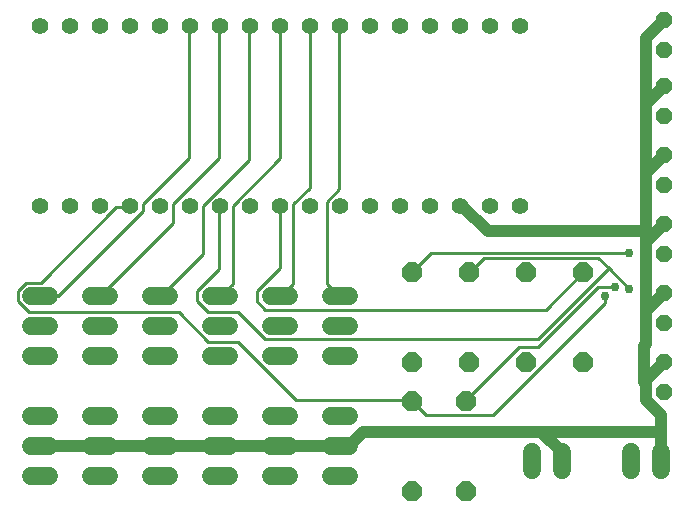
<source format=gbr>
G04 EAGLE Gerber RS-274X export*
G75*
%MOMM*%
%FSLAX34Y34*%
%LPD*%
%INTop Copper*%
%IPPOS*%
%AMOC8*
5,1,8,0,0,1.08239X$1,22.5*%
G01*
%ADD10C,1.408000*%
%ADD11C,1.524000*%
%ADD12P,1.814519X8X292.500000*%
%ADD13P,1.429621X8X112.500000*%
%ADD14C,1.508000*%
%ADD15C,0.254000*%
%ADD16C,1.016000*%
%ADD17C,0.756400*%


D10*
X38100Y685800D03*
X63500Y685800D03*
X88900Y685800D03*
X114300Y685800D03*
X139700Y685800D03*
X165100Y685800D03*
X190500Y685800D03*
X215900Y685800D03*
X241300Y685800D03*
X266700Y685800D03*
X292100Y685800D03*
X317500Y685800D03*
X342900Y685800D03*
X368300Y685800D03*
X393700Y685800D03*
X419100Y685800D03*
X444500Y685800D03*
X38100Y533400D03*
X63500Y533400D03*
X88900Y533400D03*
X114300Y533400D03*
X139700Y533400D03*
X165100Y533400D03*
X190500Y533400D03*
X215900Y533400D03*
X241300Y533400D03*
X266700Y533400D03*
X292100Y533400D03*
X317500Y533400D03*
X342900Y533400D03*
X368300Y533400D03*
X393700Y533400D03*
X419100Y533400D03*
X444500Y533400D03*
D11*
X299720Y457200D02*
X284480Y457200D01*
X284480Y431800D02*
X299720Y431800D01*
X299720Y406400D02*
X284480Y406400D01*
X248920Y457200D02*
X233680Y457200D01*
X233680Y431800D02*
X248920Y431800D01*
X248920Y406400D02*
X233680Y406400D01*
X198120Y457200D02*
X182880Y457200D01*
X182880Y431800D02*
X198120Y431800D01*
X198120Y406400D02*
X182880Y406400D01*
X147320Y457200D02*
X132080Y457200D01*
X132080Y431800D02*
X147320Y431800D01*
X147320Y406400D02*
X132080Y406400D01*
X96520Y457200D02*
X81280Y457200D01*
X81280Y431800D02*
X96520Y431800D01*
X96520Y406400D02*
X81280Y406400D01*
X284480Y355600D02*
X299720Y355600D01*
X299720Y330200D02*
X284480Y330200D01*
X284480Y304800D02*
X299720Y304800D01*
X248920Y355600D02*
X233680Y355600D01*
X233680Y330200D02*
X248920Y330200D01*
X248920Y304800D02*
X233680Y304800D01*
X198120Y355600D02*
X182880Y355600D01*
X182880Y330200D02*
X198120Y330200D01*
X198120Y304800D02*
X182880Y304800D01*
X147320Y355600D02*
X132080Y355600D01*
X132080Y330200D02*
X147320Y330200D01*
X147320Y304800D02*
X132080Y304800D01*
X96520Y355600D02*
X81280Y355600D01*
X81280Y330200D02*
X96520Y330200D01*
X96520Y304800D02*
X81280Y304800D01*
D12*
X353060Y368300D03*
X353060Y292100D03*
X398780Y368300D03*
X398780Y292100D03*
X353060Y477520D03*
X353060Y401320D03*
X401320Y477520D03*
X401320Y401320D03*
X449580Y477520D03*
X449580Y401320D03*
D13*
X566420Y375920D03*
X566420Y401320D03*
X566420Y434340D03*
X566420Y459740D03*
X566420Y492760D03*
X566420Y518160D03*
X566420Y551180D03*
X566420Y576580D03*
X566420Y609600D03*
X566420Y635000D03*
D14*
X563880Y325040D02*
X563880Y309960D01*
X538480Y309960D02*
X538480Y325040D01*
X480060Y325040D02*
X480060Y309960D01*
X454660Y309960D02*
X454660Y325040D01*
D13*
X566420Y665480D03*
X566420Y690880D03*
D12*
X497840Y477520D03*
X497840Y401320D03*
D11*
X45720Y457200D02*
X30480Y457200D01*
X30480Y431800D02*
X45720Y431800D01*
X45720Y406400D02*
X30480Y406400D01*
X30480Y355600D02*
X45720Y355600D01*
X45720Y330200D02*
X30480Y330200D01*
X30480Y304800D02*
X45720Y304800D01*
D15*
X291465Y547497D02*
X291465Y685800D01*
X291465Y547497D02*
X281178Y537210D01*
X281178Y467487D01*
X291465Y457200D01*
X291465Y685800D02*
X292100Y685800D01*
X291465Y457200D02*
X292100Y457200D01*
X266319Y548640D02*
X266319Y685800D01*
X266319Y548640D02*
X252603Y534924D01*
X252603Y467487D01*
X242316Y457200D01*
X266319Y685800D02*
X266700Y685800D01*
X242316Y457200D02*
X241300Y457200D01*
X241173Y573786D02*
X241173Y685800D01*
X241173Y573786D02*
X201168Y533781D01*
X201168Y467487D01*
X190881Y457200D01*
X241173Y685800D02*
X241300Y685800D01*
X190881Y457200D02*
X190500Y457200D01*
X214884Y572643D02*
X214884Y685800D01*
X214884Y572643D02*
X176022Y533781D01*
X176022Y492633D01*
X140589Y457200D01*
X214884Y685800D02*
X215900Y685800D01*
X140589Y457200D02*
X139700Y457200D01*
X189738Y573786D02*
X189738Y685800D01*
X189738Y573786D02*
X150876Y534924D01*
X150876Y518922D01*
X89154Y457200D01*
X189738Y685800D02*
X190500Y685800D01*
X89154Y457200D02*
X88900Y457200D01*
D16*
X241300Y330200D02*
X292100Y330200D01*
X241300Y330200D02*
X241173Y330200D01*
X190881Y330200D01*
X190500Y330200D01*
X139700Y330200D01*
X139446Y330200D01*
X88900Y330200D01*
X38100Y330200D01*
X549148Y384048D02*
X566420Y401320D01*
X480060Y325040D02*
X480060Y317500D01*
X480060Y325040D02*
X462621Y342479D01*
X311999Y342479D01*
X299720Y330200D01*
X292100Y330200D01*
X550926Y444246D02*
X566420Y459740D01*
X550926Y444246D02*
X550926Y416814D01*
X550926Y502666D02*
X566420Y518160D01*
X550926Y561086D02*
X566420Y576580D01*
X550926Y619506D02*
X566420Y635000D01*
X550926Y619506D02*
X550926Y675386D01*
X550926Y619506D02*
X550926Y561086D01*
X550926Y512064D01*
X550926Y502666D01*
X550926Y444246D01*
X549148Y415036D02*
X549148Y384048D01*
X549148Y415036D02*
X550926Y416814D01*
X550926Y382270D02*
X550926Y369502D01*
X550926Y382270D02*
X549148Y384048D01*
X563880Y342900D02*
X563880Y317500D01*
X563880Y342900D02*
X563880Y356548D01*
X550926Y369502D01*
X563459Y342479D02*
X462621Y342479D01*
X563459Y342479D02*
X563880Y342900D01*
X396621Y532638D02*
X394335Y532638D01*
X396621Y532638D02*
X417195Y512064D01*
X550926Y512064D01*
X394335Y532638D02*
X393700Y533400D01*
X139700Y330200D02*
X139446Y330327D01*
X139446Y330200D01*
X190500Y330200D02*
X190881Y330327D01*
X190881Y330200D01*
X241173Y330327D02*
X241300Y330200D01*
X241173Y330200D02*
X241173Y330327D01*
X550926Y675386D02*
X566420Y690880D01*
D15*
X510921Y489204D02*
X519494Y480632D01*
X537210Y462915D01*
X510921Y489204D02*
X413766Y489204D01*
X402336Y477774D01*
X401320Y477520D01*
X189738Y480060D02*
X189738Y532638D01*
X189738Y480060D02*
X171450Y461772D01*
X171450Y452628D01*
X180594Y443484D01*
X205740Y443484D01*
X228600Y420624D01*
X459486Y420624D01*
X519494Y480632D01*
X190500Y533400D02*
X189738Y532638D01*
D17*
X537210Y462915D03*
D15*
X537210Y493776D02*
X369189Y493776D01*
X353187Y477774D01*
X353060Y477520D01*
D17*
X537210Y493776D03*
D15*
X524637Y465201D02*
X510921Y465201D01*
X459486Y413766D01*
X443484Y413766D01*
X398907Y369189D01*
X398780Y368300D01*
D17*
X524637Y465201D03*
D15*
X516636Y457200D02*
X516636Y451485D01*
X421767Y356616D01*
X364617Y356616D01*
X353187Y368046D01*
X353060Y368300D01*
X114300Y532638D02*
X102870Y532638D01*
X38862Y468630D01*
X26289Y468630D01*
X19431Y461772D01*
X19431Y452628D01*
X28575Y443484D01*
X155448Y443484D01*
X180594Y418338D01*
X205740Y418338D01*
X254889Y369189D01*
X352044Y369189D01*
X114300Y532638D02*
X114300Y533400D01*
X352044Y369189D02*
X353060Y368300D01*
D17*
X516636Y457200D03*
D15*
X241173Y481203D02*
X241173Y532638D01*
X241173Y481203D02*
X221742Y461772D01*
X221742Y452628D01*
X228600Y445770D01*
X466344Y445770D01*
X497205Y476631D01*
X241173Y532638D02*
X241300Y533400D01*
X497205Y476631D02*
X497840Y477520D01*
X164592Y573786D02*
X164592Y685800D01*
X164592Y573786D02*
X125730Y534924D01*
X125730Y529209D01*
X53721Y457200D01*
X38100Y457200D01*
X164592Y685800D02*
X165100Y685800D01*
M02*

</source>
